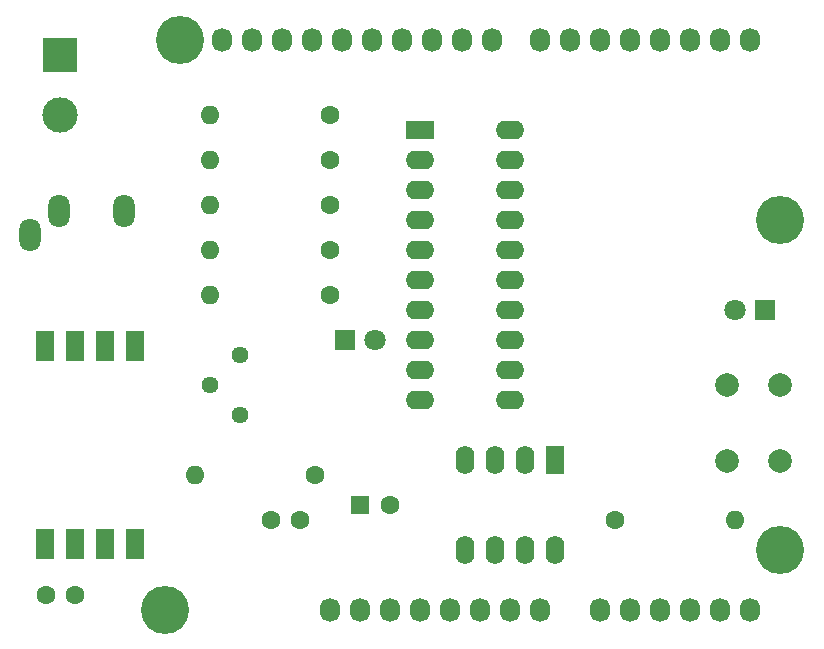
<source format=gbr>
G04 #@! TF.GenerationSoftware,KiCad,Pcbnew,(5.1.4)-1*
G04 #@! TF.CreationDate,2021-01-09T18:35:35-06:00*
G04 #@! TF.ProjectId,eom-uno-pressure-shield,656f6d2d-756e-46f2-9d70-726573737572,rev?*
G04 #@! TF.SameCoordinates,Original*
G04 #@! TF.FileFunction,Soldermask,Top*
G04 #@! TF.FilePolarity,Negative*
%FSLAX46Y46*%
G04 Gerber Fmt 4.6, Leading zero omitted, Abs format (unit mm)*
G04 Created by KiCad (PCBNEW (5.1.4)-1) date 2021-01-09 18:35:35*
%MOMM*%
%LPD*%
G04 APERTURE LIST*
%ADD10C,1.800000*%
%ADD11R,1.800000X1.800000*%
%ADD12C,1.600000*%
%ADD13R,1.600000X1.600000*%
%ADD14O,1.600000X2.400000*%
%ADD15R,1.600000X2.400000*%
%ADD16C,1.440000*%
%ADD17C,2.000000*%
%ADD18O,1.600000X1.600000*%
%ADD19C,3.000000*%
%ADD20R,3.000000X3.000000*%
%ADD21O,1.800000X2.800000*%
%ADD22O,2.400000X1.600000*%
%ADD23R,2.400000X1.600000*%
%ADD24R,1.524000X2.540000*%
%ADD25O,1.727200X2.032000*%
%ADD26C,4.064000*%
G04 APERTURE END LIST*
D10*
X142748000Y-100965000D03*
D11*
X140208000Y-100965000D03*
D12*
X143978000Y-114935000D03*
D13*
X141478000Y-114935000D03*
D14*
X157988000Y-118745000D03*
X150368000Y-111125000D03*
X155448000Y-118745000D03*
X152908000Y-111125000D03*
X152908000Y-118745000D03*
X155448000Y-111125000D03*
X150368000Y-118745000D03*
D15*
X157988000Y-111125000D03*
D16*
X131318000Y-102235000D03*
X128778000Y-104775000D03*
X131318000Y-107315000D03*
D17*
X177038000Y-111275000D03*
X172538000Y-111275000D03*
X177038000Y-104775000D03*
X172538000Y-104775000D03*
D18*
X128778000Y-97155000D03*
D12*
X138938000Y-97155000D03*
D18*
X128778000Y-93345000D03*
D12*
X138938000Y-93345000D03*
D18*
X128778000Y-89535000D03*
D12*
X138938000Y-89535000D03*
D18*
X128778000Y-85725000D03*
D12*
X138938000Y-85725000D03*
D18*
X128778000Y-81915000D03*
D12*
X138938000Y-81915000D03*
D18*
X173228000Y-116205000D03*
D12*
X163068000Y-116205000D03*
D18*
X127508000Y-112395000D03*
D12*
X137668000Y-112395000D03*
D19*
X116078000Y-81915000D03*
D20*
X116078000Y-76835000D03*
D21*
X121438000Y-90075000D03*
X115938000Y-90075000D03*
X113538000Y-92075000D03*
D10*
X173228000Y-98425000D03*
D11*
X175768000Y-98425000D03*
D12*
X133898000Y-116205000D03*
X136398000Y-116205000D03*
X114848000Y-122555000D03*
X117348000Y-122555000D03*
D22*
X154178000Y-83185000D03*
X154178000Y-85725000D03*
X154178000Y-88265000D03*
X154178000Y-90805000D03*
X146558000Y-103505000D03*
X146558000Y-106045000D03*
X154178000Y-106045000D03*
X154178000Y-103505000D03*
X146558000Y-100965000D03*
X146558000Y-98425000D03*
X146558000Y-95885000D03*
X146558000Y-93345000D03*
X154178000Y-93345000D03*
X154178000Y-95885000D03*
X154178000Y-98425000D03*
X154178000Y-100965000D03*
X146558000Y-90805000D03*
X146558000Y-88265000D03*
X146558000Y-85725000D03*
D23*
X146558000Y-83185000D03*
D24*
X114808000Y-101473000D03*
X117348000Y-101473000D03*
X119888000Y-101473000D03*
X122428000Y-101473000D03*
X122428000Y-118237000D03*
X119888000Y-118237000D03*
X117348000Y-118237000D03*
X114808000Y-118237000D03*
D25*
X138938000Y-123825000D03*
X141478000Y-123825000D03*
X144018000Y-123825000D03*
X146558000Y-123825000D03*
X149098000Y-123825000D03*
X151638000Y-123825000D03*
X154178000Y-123825000D03*
X156718000Y-123825000D03*
X161798000Y-123825000D03*
X164338000Y-123825000D03*
X166878000Y-123825000D03*
X169418000Y-123825000D03*
X171958000Y-123825000D03*
X174498000Y-123825000D03*
X129794000Y-75565000D03*
X132334000Y-75565000D03*
X134874000Y-75565000D03*
X137414000Y-75565000D03*
X139954000Y-75565000D03*
X142494000Y-75565000D03*
X145034000Y-75565000D03*
X147574000Y-75565000D03*
X150114000Y-75565000D03*
X152654000Y-75565000D03*
X156718000Y-75565000D03*
X159258000Y-75565000D03*
X161798000Y-75565000D03*
X164338000Y-75565000D03*
X166878000Y-75565000D03*
X169418000Y-75565000D03*
X171958000Y-75565000D03*
X174498000Y-75565000D03*
D26*
X124968000Y-123825000D03*
X177038000Y-118745000D03*
X126238000Y-75565000D03*
X177038000Y-90805000D03*
M02*

</source>
